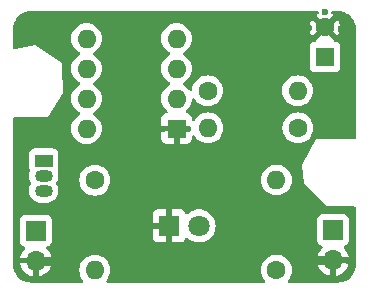
<source format=gbr>
%TF.GenerationSoftware,KiCad,Pcbnew,8.0.5*%
%TF.CreationDate,2025-07-23T12:06:58+02:00*%
%TF.ProjectId,LED_FADER,4c45445f-4641-4444-9552-2e6b69636164,rev?*%
%TF.SameCoordinates,Original*%
%TF.FileFunction,Copper,L2,Bot*%
%TF.FilePolarity,Positive*%
%FSLAX46Y46*%
G04 Gerber Fmt 4.6, Leading zero omitted, Abs format (unit mm)*
G04 Created by KiCad (PCBNEW 8.0.5) date 2025-07-23 12:06:58*
%MOMM*%
%LPD*%
G01*
G04 APERTURE LIST*
%TA.AperFunction,ComponentPad*%
%ADD10C,1.600000*%
%TD*%
%TA.AperFunction,ComponentPad*%
%ADD11O,1.600000X1.600000*%
%TD*%
%TA.AperFunction,ComponentPad*%
%ADD12R,1.600000X1.600000*%
%TD*%
%TA.AperFunction,ComponentPad*%
%ADD13O,1.500000X1.050000*%
%TD*%
%TA.AperFunction,ComponentPad*%
%ADD14R,1.500000X1.050000*%
%TD*%
%TA.AperFunction,ComponentPad*%
%ADD15R,1.700000X1.700000*%
%TD*%
%TA.AperFunction,ComponentPad*%
%ADD16O,1.700000X1.700000*%
%TD*%
%TA.AperFunction,ComponentPad*%
%ADD17R,1.800000X1.800000*%
%TD*%
%TA.AperFunction,ComponentPad*%
%ADD18C,1.800000*%
%TD*%
%TA.AperFunction,ViaPad*%
%ADD19C,0.600000*%
%TD*%
%TA.AperFunction,Conductor*%
%ADD20C,0.500000*%
%TD*%
%TA.AperFunction,Conductor*%
%ADD21C,0.750000*%
%TD*%
G04 APERTURE END LIST*
D10*
%TO.P,R1,1*%
%TO.N,VCC*%
X145490000Y-116040000D03*
D11*
%TO.P,R1,2*%
%TO.N,Net-(U1-Q)*%
X145490000Y-108420000D03*
%TD*%
%TO.P,U1,8,VCC*%
%TO.N,VCC*%
X129410000Y-104070000D03*
%TO.P,U1,7,DIS*%
%TO.N,Net-(U1-DIS)*%
X129410000Y-101530000D03*
%TO.P,U1,6,THR*%
%TO.N,Net-(U1-THR)*%
X129410000Y-98990000D03*
%TO.P,U1,5,CV*%
%TO.N,unconnected-(U1-CV-Pad5)*%
X129410000Y-96450000D03*
%TO.P,U1,4,R*%
%TO.N,VCC*%
X137030000Y-96450000D03*
%TO.P,U1,3,Q*%
%TO.N,Net-(U1-Q)*%
X137030000Y-98990000D03*
%TO.P,U1,2,TR*%
%TO.N,Net-(U1-THR)*%
X137030000Y-101530000D03*
D12*
%TO.P,U1,1,GND*%
%TO.N,GND*%
X137030000Y-104070000D03*
%TD*%
D13*
%TO.P,U2,3,VI*%
%TO.N,VCC*%
X125780000Y-109320000D03*
%TO.P,U2,2,GND*%
%TO.N,Net-(U1-THR)*%
X125780000Y-108050000D03*
D14*
%TO.P,U2,1,VO*%
%TO.N,Net-(U2-VO)*%
X125780000Y-106780000D03*
%TD*%
D10*
%TO.P,R4,1*%
%TO.N,Net-(U2-VO)*%
X130110000Y-108440000D03*
D11*
%TO.P,R4,2*%
%TO.N,Net-(D1-A)*%
X130110000Y-116060000D03*
%TD*%
D15*
%TO.P,J3,1,Pin_1*%
%TO.N,VCC*%
X125110000Y-112705000D03*
D16*
%TO.P,J3,2,Pin_2*%
%TO.N,GND*%
X125110000Y-115245000D03*
%TD*%
D17*
%TO.P,D1,1,K*%
%TO.N,GND*%
X136400000Y-112310000D03*
D18*
%TO.P,D1,2,A*%
%TO.N,Net-(D1-A)*%
X138940000Y-112310000D03*
%TD*%
D10*
%TO.P,R2,1*%
%TO.N,VCC*%
X147300000Y-104010000D03*
D11*
%TO.P,R2,2*%
%TO.N,Net-(U1-DIS)*%
X139680000Y-104010000D03*
%TD*%
D10*
%TO.P,C1,2*%
%TO.N,GND*%
X149590000Y-95510000D03*
D12*
%TO.P,C1,1*%
%TO.N,Net-(U1-THR)*%
X149590000Y-98010000D03*
%TD*%
D11*
%TO.P,R3,2*%
%TO.N,Net-(U1-THR)*%
X147280000Y-100870000D03*
D10*
%TO.P,R3,1*%
%TO.N,Net-(U1-DIS)*%
X139660000Y-100870000D03*
%TD*%
D15*
%TO.P,J2,1,Pin_1*%
%TO.N,VCC*%
X150280000Y-112665000D03*
D16*
%TO.P,J2,2,Pin_2*%
%TO.N,GND*%
X150280000Y-115205000D03*
%TD*%
D19*
%TO.N,GND*%
X134720000Y-112320000D03*
X137030000Y-105290000D03*
X138030000Y-104140000D03*
X150660000Y-94610000D03*
X136370000Y-110890000D03*
X148670000Y-94640000D03*
X150250000Y-116570000D03*
X123600000Y-115290000D03*
X136410000Y-114050000D03*
X150970000Y-95640000D03*
X126650000Y-114570000D03*
X151630000Y-115250000D03*
X149640000Y-94180000D03*
X125090000Y-116670000D03*
X126490000Y-116650000D03*
X123880000Y-116400000D03*
X148640000Y-114410000D03*
X151450000Y-116460000D03*
X148250000Y-95550000D03*
X148600000Y-115940000D03*
X135840000Y-104090000D03*
%TD*%
D20*
%TO.N,GND*%
X133080000Y-109930000D02*
X137030000Y-105980000D01*
X137030000Y-105980000D02*
X137030000Y-104070000D01*
D21*
X125110000Y-115245000D02*
X125115000Y-115250000D01*
X125115000Y-115250000D02*
X127760000Y-115250000D01*
X127760000Y-115250000D02*
X133080000Y-109930000D01*
X133080000Y-109930000D02*
X142300000Y-109930000D01*
X142300000Y-109930000D02*
X147575000Y-115205000D01*
X147575000Y-115205000D02*
X150280000Y-115205000D01*
%TD*%
%TA.AperFunction,Conductor*%
%TO.N,GND*%
G36*
X149022886Y-94130185D02*
G01*
X149068641Y-94182989D01*
X149078585Y-94252147D01*
X149049560Y-94315703D01*
X149008252Y-94346882D01*
X148937516Y-94379866D01*
X148937512Y-94379868D01*
X148864526Y-94430973D01*
X148864526Y-94430974D01*
X149543553Y-95110000D01*
X149537339Y-95110000D01*
X149435606Y-95137259D01*
X149344394Y-95189920D01*
X149269920Y-95264394D01*
X149217259Y-95355606D01*
X149190000Y-95457339D01*
X149190000Y-95463552D01*
X148510974Y-94784526D01*
X148510973Y-94784526D01*
X148459868Y-94857512D01*
X148459866Y-94857516D01*
X148363734Y-95063673D01*
X148363730Y-95063682D01*
X148304860Y-95283389D01*
X148304858Y-95283400D01*
X148285034Y-95509997D01*
X148285034Y-95510002D01*
X148304858Y-95736599D01*
X148304860Y-95736610D01*
X148363730Y-95956317D01*
X148363735Y-95956331D01*
X148459863Y-96162478D01*
X148510974Y-96235472D01*
X149190000Y-95556446D01*
X149190000Y-95562661D01*
X149217259Y-95664394D01*
X149269920Y-95755606D01*
X149344394Y-95830080D01*
X149435606Y-95882741D01*
X149537339Y-95910000D01*
X149543553Y-95910000D01*
X148859352Y-96594199D01*
X148849506Y-96643194D01*
X148800890Y-96693377D01*
X148745367Y-96708049D01*
X148745423Y-96709099D01*
X148745429Y-96709146D01*
X148745426Y-96709146D01*
X148745436Y-96709324D01*
X148742123Y-96709501D01*
X148682516Y-96715908D01*
X148547671Y-96766202D01*
X148547664Y-96766206D01*
X148432455Y-96852452D01*
X148432452Y-96852455D01*
X148346206Y-96967664D01*
X148346202Y-96967671D01*
X148295908Y-97102517D01*
X148289501Y-97162116D01*
X148289501Y-97162123D01*
X148289500Y-97162135D01*
X148289500Y-98857870D01*
X148289501Y-98857876D01*
X148295908Y-98917483D01*
X148346202Y-99052328D01*
X148346206Y-99052335D01*
X148432452Y-99167544D01*
X148432455Y-99167547D01*
X148547664Y-99253793D01*
X148547671Y-99253797D01*
X148682517Y-99304091D01*
X148682516Y-99304091D01*
X148689444Y-99304835D01*
X148742127Y-99310500D01*
X150437872Y-99310499D01*
X150497483Y-99304091D01*
X150632331Y-99253796D01*
X150747546Y-99167546D01*
X150833796Y-99052331D01*
X150884091Y-98917483D01*
X150890500Y-98857873D01*
X150890499Y-97162128D01*
X150884091Y-97102517D01*
X150833796Y-96967669D01*
X150833795Y-96967668D01*
X150833793Y-96967664D01*
X150747547Y-96852455D01*
X150747544Y-96852452D01*
X150632335Y-96766206D01*
X150632328Y-96766202D01*
X150497482Y-96715908D01*
X150497483Y-96715908D01*
X150437883Y-96709501D01*
X150437881Y-96709500D01*
X150437873Y-96709500D01*
X150437864Y-96709500D01*
X150434548Y-96709322D01*
X150434627Y-96707847D01*
X150373215Y-96689815D01*
X150327460Y-96637011D01*
X150319969Y-96593522D01*
X149636447Y-95910000D01*
X149642661Y-95910000D01*
X149744394Y-95882741D01*
X149835606Y-95830080D01*
X149910080Y-95755606D01*
X149962741Y-95664394D01*
X149990000Y-95562661D01*
X149990000Y-95556447D01*
X150669024Y-96235471D01*
X150720136Y-96162478D01*
X150816264Y-95956331D01*
X150816269Y-95956317D01*
X150875139Y-95736610D01*
X150875141Y-95736599D01*
X150894966Y-95510002D01*
X150894966Y-95509997D01*
X150875141Y-95283400D01*
X150875139Y-95283389D01*
X150816269Y-95063682D01*
X150816264Y-95063668D01*
X150720136Y-94857521D01*
X150720132Y-94857513D01*
X150669025Y-94784526D01*
X149990000Y-95463551D01*
X149990000Y-95457339D01*
X149962741Y-95355606D01*
X149910080Y-95264394D01*
X149835606Y-95189920D01*
X149744394Y-95137259D01*
X149642661Y-95110000D01*
X149636448Y-95110000D01*
X150315472Y-94430974D01*
X150242480Y-94379864D01*
X150171749Y-94346882D01*
X150119310Y-94300710D01*
X150100158Y-94233516D01*
X150120374Y-94166635D01*
X150173539Y-94121301D01*
X150224154Y-94110500D01*
X150634108Y-94110500D01*
X150695572Y-94110500D01*
X150704418Y-94110816D01*
X150904561Y-94125130D01*
X150922063Y-94127647D01*
X151113797Y-94169355D01*
X151130755Y-94174334D01*
X151289426Y-94233516D01*
X151314609Y-94242909D01*
X151330701Y-94250259D01*
X151502904Y-94344288D01*
X151517784Y-94353849D01*
X151674867Y-94471441D01*
X151688237Y-94483027D01*
X151826972Y-94621762D01*
X151838558Y-94635132D01*
X151956146Y-94792210D01*
X151965711Y-94807095D01*
X152059740Y-94979298D01*
X152067090Y-94995390D01*
X152135662Y-95179236D01*
X152140646Y-95196212D01*
X152182351Y-95387931D01*
X152184869Y-95405442D01*
X152199184Y-95605580D01*
X152199500Y-95614427D01*
X152199500Y-104866000D01*
X152179815Y-104933039D01*
X152127011Y-104978794D01*
X152075500Y-104990000D01*
X148858505Y-104990000D01*
X147679200Y-107170385D01*
X147778873Y-108703105D01*
X149701262Y-110660000D01*
X152075500Y-110660000D01*
X152142539Y-110679685D01*
X152188294Y-110732489D01*
X152199500Y-110784000D01*
X152199500Y-115605572D01*
X152199184Y-115614419D01*
X152184869Y-115814557D01*
X152182351Y-115832068D01*
X152140646Y-116023787D01*
X152135662Y-116040763D01*
X152067090Y-116224609D01*
X152059740Y-116240701D01*
X151965711Y-116412904D01*
X151956146Y-116427789D01*
X151838558Y-116584867D01*
X151826972Y-116598237D01*
X151688237Y-116736972D01*
X151674867Y-116748558D01*
X151517789Y-116866146D01*
X151502904Y-116875711D01*
X151330701Y-116969740D01*
X151314609Y-116977090D01*
X151130763Y-117045662D01*
X151113787Y-117050646D01*
X150922068Y-117092351D01*
X150904557Y-117094869D01*
X150723779Y-117107799D01*
X150704417Y-117109184D01*
X150695572Y-117109500D01*
X146559049Y-117109500D01*
X146492010Y-117089815D01*
X146446255Y-117037011D01*
X146436311Y-116967853D01*
X146465336Y-116904297D01*
X146471368Y-116897819D01*
X146490045Y-116879141D01*
X146490047Y-116879139D01*
X146620568Y-116692734D01*
X146716739Y-116486496D01*
X146775635Y-116266692D01*
X146795468Y-116040000D01*
X146775635Y-115813308D01*
X146716739Y-115593504D01*
X146620568Y-115387266D01*
X146490047Y-115200861D01*
X146490045Y-115200858D01*
X146329141Y-115039954D01*
X146142734Y-114909432D01*
X146142732Y-114909431D01*
X145936497Y-114813261D01*
X145936488Y-114813258D01*
X145716697Y-114754366D01*
X145716693Y-114754365D01*
X145716692Y-114754365D01*
X145716691Y-114754364D01*
X145716686Y-114754364D01*
X145490002Y-114734532D01*
X145489998Y-114734532D01*
X145263313Y-114754364D01*
X145263302Y-114754366D01*
X145043511Y-114813258D01*
X145043502Y-114813261D01*
X144837267Y-114909431D01*
X144837265Y-114909432D01*
X144650858Y-115039954D01*
X144489954Y-115200858D01*
X144359432Y-115387265D01*
X144359431Y-115387267D01*
X144263261Y-115593502D01*
X144263258Y-115593511D01*
X144204366Y-115813302D01*
X144204364Y-115813313D01*
X144184532Y-116039998D01*
X144184532Y-116040001D01*
X144204364Y-116266686D01*
X144204366Y-116266697D01*
X144263258Y-116486488D01*
X144263261Y-116486497D01*
X144359431Y-116692732D01*
X144359432Y-116692734D01*
X144489954Y-116879141D01*
X144508632Y-116897819D01*
X144542117Y-116959142D01*
X144537133Y-117028834D01*
X144495261Y-117084767D01*
X144429797Y-117109184D01*
X144420951Y-117109500D01*
X131199049Y-117109500D01*
X131132010Y-117089815D01*
X131086255Y-117037011D01*
X131076311Y-116967853D01*
X131105336Y-116904297D01*
X131109220Y-116900124D01*
X131110043Y-116899144D01*
X131110971Y-116897819D01*
X131240568Y-116712734D01*
X131336739Y-116506496D01*
X131395635Y-116286692D01*
X131415468Y-116060000D01*
X131395635Y-115833308D01*
X131336739Y-115613504D01*
X131240568Y-115407266D01*
X131110047Y-115220861D01*
X131110045Y-115220858D01*
X130949141Y-115059954D01*
X130762734Y-114929432D01*
X130762732Y-114929431D01*
X130556497Y-114833261D01*
X130556488Y-114833258D01*
X130336697Y-114774366D01*
X130336693Y-114774365D01*
X130336692Y-114774365D01*
X130336691Y-114774364D01*
X130336686Y-114774364D01*
X130110002Y-114754532D01*
X130109998Y-114754532D01*
X129883313Y-114774364D01*
X129883302Y-114774366D01*
X129663511Y-114833258D01*
X129663502Y-114833261D01*
X129457267Y-114929431D01*
X129457265Y-114929432D01*
X129270858Y-115059954D01*
X129109954Y-115220858D01*
X128979432Y-115407265D01*
X128979431Y-115407267D01*
X128883261Y-115613502D01*
X128883258Y-115613511D01*
X128824366Y-115833302D01*
X128824364Y-115833313D01*
X128804532Y-116059998D01*
X128804532Y-116060001D01*
X128824364Y-116286686D01*
X128824366Y-116286697D01*
X128883258Y-116506488D01*
X128883261Y-116506497D01*
X128979431Y-116712732D01*
X128979432Y-116712734D01*
X129109956Y-116899144D01*
X129113434Y-116903289D01*
X129112189Y-116904333D01*
X129142117Y-116959142D01*
X129137133Y-117028834D01*
X129095261Y-117084767D01*
X129029797Y-117109184D01*
X129020951Y-117109500D01*
X124704428Y-117109500D01*
X124695582Y-117109184D01*
X124673622Y-117107613D01*
X124495442Y-117094869D01*
X124477931Y-117092351D01*
X124286212Y-117050646D01*
X124269236Y-117045662D01*
X124085390Y-116977090D01*
X124069298Y-116969740D01*
X123897095Y-116875711D01*
X123882210Y-116866146D01*
X123725132Y-116748558D01*
X123711762Y-116736972D01*
X123573027Y-116598237D01*
X123561441Y-116584867D01*
X123554529Y-116575634D01*
X123443849Y-116427784D01*
X123434288Y-116412904D01*
X123340259Y-116240701D01*
X123332909Y-116224609D01*
X123292430Y-116116082D01*
X123264334Y-116040755D01*
X123259355Y-116023797D01*
X123217647Y-115832063D01*
X123215130Y-115814556D01*
X123215040Y-115813302D01*
X123200816Y-115614418D01*
X123200500Y-115605572D01*
X123200500Y-111807135D01*
X123759500Y-111807135D01*
X123759500Y-113602870D01*
X123759501Y-113602876D01*
X123765908Y-113662483D01*
X123816202Y-113797328D01*
X123816206Y-113797335D01*
X123902452Y-113912544D01*
X123902455Y-113912547D01*
X124017664Y-113998793D01*
X124017671Y-113998797D01*
X124045271Y-114009091D01*
X124149598Y-114048002D01*
X124205531Y-114089873D01*
X124229949Y-114155337D01*
X124215098Y-114223610D01*
X124193947Y-114251865D01*
X124071886Y-114373926D01*
X123936400Y-114567420D01*
X123936399Y-114567422D01*
X123836570Y-114781507D01*
X123836567Y-114781513D01*
X123779364Y-114994999D01*
X123779364Y-114995000D01*
X124676988Y-114995000D01*
X124644075Y-115052007D01*
X124610000Y-115179174D01*
X124610000Y-115310826D01*
X124644075Y-115437993D01*
X124676988Y-115495000D01*
X123779364Y-115495000D01*
X123836567Y-115708486D01*
X123836570Y-115708492D01*
X123936399Y-115922578D01*
X124071894Y-116116082D01*
X124238917Y-116283105D01*
X124432421Y-116418600D01*
X124646507Y-116518429D01*
X124646516Y-116518433D01*
X124860000Y-116575634D01*
X124860000Y-115678012D01*
X124917007Y-115710925D01*
X125044174Y-115745000D01*
X125175826Y-115745000D01*
X125302993Y-115710925D01*
X125360000Y-115678012D01*
X125360000Y-116575633D01*
X125573483Y-116518433D01*
X125573492Y-116518429D01*
X125787578Y-116418600D01*
X125981082Y-116283105D01*
X126148105Y-116116082D01*
X126283600Y-115922578D01*
X126383429Y-115708492D01*
X126383432Y-115708486D01*
X126440636Y-115495000D01*
X125543012Y-115495000D01*
X125575925Y-115437993D01*
X125610000Y-115310826D01*
X125610000Y-115179174D01*
X125575925Y-115052007D01*
X125543012Y-114995000D01*
X126440636Y-114995000D01*
X126440635Y-114994999D01*
X126383432Y-114781513D01*
X126383429Y-114781507D01*
X126283600Y-114567422D01*
X126283599Y-114567420D01*
X126148113Y-114373926D01*
X126148108Y-114373920D01*
X126026053Y-114251865D01*
X125992568Y-114190542D01*
X125997552Y-114120850D01*
X126039424Y-114064917D01*
X126070400Y-114048002D01*
X126174729Y-114009091D01*
X126202326Y-113998798D01*
X126202326Y-113998797D01*
X126202331Y-113998796D01*
X126317546Y-113912546D01*
X126403796Y-113797331D01*
X126454091Y-113662483D01*
X126460500Y-113602873D01*
X126460499Y-111807128D01*
X126454091Y-111747517D01*
X126403796Y-111612669D01*
X126403795Y-111612668D01*
X126403793Y-111612664D01*
X126317547Y-111497455D01*
X126317544Y-111497452D01*
X126202335Y-111411206D01*
X126202328Y-111411202D01*
X126070825Y-111362155D01*
X135000000Y-111362155D01*
X135000000Y-112060000D01*
X136024722Y-112060000D01*
X135980667Y-112136306D01*
X135950000Y-112250756D01*
X135950000Y-112369244D01*
X135980667Y-112483694D01*
X136024722Y-112560000D01*
X135000000Y-112560000D01*
X135000000Y-113257844D01*
X135006401Y-113317372D01*
X135006403Y-113317379D01*
X135056645Y-113452086D01*
X135056649Y-113452093D01*
X135142809Y-113567187D01*
X135142812Y-113567190D01*
X135257906Y-113653350D01*
X135257913Y-113653354D01*
X135392620Y-113703596D01*
X135392627Y-113703598D01*
X135452155Y-113709999D01*
X135452172Y-113710000D01*
X136150000Y-113710000D01*
X136150000Y-112685277D01*
X136226306Y-112729333D01*
X136340756Y-112760000D01*
X136459244Y-112760000D01*
X136573694Y-112729333D01*
X136650000Y-112685277D01*
X136650000Y-113710000D01*
X137347828Y-113710000D01*
X137347844Y-113709999D01*
X137407372Y-113703598D01*
X137407379Y-113703596D01*
X137542086Y-113653354D01*
X137542093Y-113653350D01*
X137657187Y-113567190D01*
X137657190Y-113567187D01*
X137743350Y-113452093D01*
X137743355Y-113452084D01*
X137772075Y-113375081D01*
X137813945Y-113319147D01*
X137879409Y-113294729D01*
X137947682Y-113309580D01*
X137979484Y-113334428D01*
X137988216Y-113343913D01*
X137988219Y-113343915D01*
X137988222Y-113343918D01*
X138171365Y-113486464D01*
X138171371Y-113486468D01*
X138171374Y-113486470D01*
X138375497Y-113596936D01*
X138449910Y-113622482D01*
X138595015Y-113672297D01*
X138595017Y-113672297D01*
X138595019Y-113672298D01*
X138823951Y-113710500D01*
X138823952Y-113710500D01*
X139056048Y-113710500D01*
X139056049Y-113710500D01*
X139284981Y-113672298D01*
X139504503Y-113596936D01*
X139708626Y-113486470D01*
X139891784Y-113343913D01*
X140048979Y-113173153D01*
X140175924Y-112978849D01*
X140269157Y-112766300D01*
X140326134Y-112541305D01*
X140345300Y-112310000D01*
X140345300Y-112309993D01*
X140326135Y-112078702D01*
X140326133Y-112078691D01*
X140269157Y-111853699D01*
X140231186Y-111767135D01*
X148929500Y-111767135D01*
X148929500Y-113562870D01*
X148929501Y-113562876D01*
X148935908Y-113622483D01*
X148986202Y-113757328D01*
X148986206Y-113757335D01*
X149072452Y-113872544D01*
X149072455Y-113872547D01*
X149187664Y-113958793D01*
X149187671Y-113958797D01*
X149187674Y-113958798D01*
X149319598Y-114008002D01*
X149375531Y-114049873D01*
X149399949Y-114115337D01*
X149385098Y-114183610D01*
X149363947Y-114211865D01*
X149241886Y-114333926D01*
X149106400Y-114527420D01*
X149106399Y-114527422D01*
X149006570Y-114741507D01*
X149006567Y-114741513D01*
X148949364Y-114954999D01*
X148949364Y-114955000D01*
X149846988Y-114955000D01*
X149814075Y-115012007D01*
X149780000Y-115139174D01*
X149780000Y-115270826D01*
X149814075Y-115397993D01*
X149846988Y-115455000D01*
X148949364Y-115455000D01*
X149006567Y-115668486D01*
X149006570Y-115668492D01*
X149106399Y-115882578D01*
X149241894Y-116076082D01*
X149408917Y-116243105D01*
X149602421Y-116378600D01*
X149816507Y-116478429D01*
X149816516Y-116478433D01*
X150030000Y-116535634D01*
X150030000Y-115638012D01*
X150087007Y-115670925D01*
X150214174Y-115705000D01*
X150345826Y-115705000D01*
X150472993Y-115670925D01*
X150530000Y-115638012D01*
X150530000Y-116535633D01*
X150743483Y-116478433D01*
X150743492Y-116478429D01*
X150957578Y-116378600D01*
X151151082Y-116243105D01*
X151318105Y-116076082D01*
X151453600Y-115882578D01*
X151553429Y-115668492D01*
X151553432Y-115668486D01*
X151610636Y-115455000D01*
X150713012Y-115455000D01*
X150745925Y-115397993D01*
X150780000Y-115270826D01*
X150780000Y-115139174D01*
X150745925Y-115012007D01*
X150713012Y-114955000D01*
X151610636Y-114955000D01*
X151610635Y-114954999D01*
X151553432Y-114741513D01*
X151553429Y-114741507D01*
X151453600Y-114527422D01*
X151453599Y-114527420D01*
X151318113Y-114333926D01*
X151318108Y-114333920D01*
X151196053Y-114211865D01*
X151162568Y-114150542D01*
X151167552Y-114080850D01*
X151209424Y-114024917D01*
X151240400Y-114008002D01*
X151372331Y-113958796D01*
X151487546Y-113872546D01*
X151573796Y-113757331D01*
X151624091Y-113622483D01*
X151630500Y-113562873D01*
X151630499Y-111767128D01*
X151624091Y-111707517D01*
X151573796Y-111572669D01*
X151573795Y-111572668D01*
X151573793Y-111572664D01*
X151487547Y-111457455D01*
X151487544Y-111457452D01*
X151372335Y-111371206D01*
X151372328Y-111371202D01*
X151237482Y-111320908D01*
X151237483Y-111320908D01*
X151177883Y-111314501D01*
X151177881Y-111314500D01*
X151177873Y-111314500D01*
X151177864Y-111314500D01*
X149382129Y-111314500D01*
X149382123Y-111314501D01*
X149322516Y-111320908D01*
X149187671Y-111371202D01*
X149187664Y-111371206D01*
X149072455Y-111457452D01*
X149072452Y-111457455D01*
X148986206Y-111572664D01*
X148986202Y-111572671D01*
X148935908Y-111707517D01*
X148931608Y-111747516D01*
X148929501Y-111767123D01*
X148929500Y-111767135D01*
X140231186Y-111767135D01*
X140175924Y-111641151D01*
X140048983Y-111446852D01*
X140048980Y-111446849D01*
X140048979Y-111446847D01*
X139891784Y-111276087D01*
X139891779Y-111276083D01*
X139891777Y-111276081D01*
X139708634Y-111133535D01*
X139708628Y-111133531D01*
X139504504Y-111023064D01*
X139504495Y-111023061D01*
X139284984Y-110947702D01*
X139097404Y-110916401D01*
X139056049Y-110909500D01*
X138823951Y-110909500D01*
X138782596Y-110916401D01*
X138595015Y-110947702D01*
X138375504Y-111023061D01*
X138375495Y-111023064D01*
X138171371Y-111133531D01*
X138171365Y-111133535D01*
X137988222Y-111276081D01*
X137988215Y-111276087D01*
X137979484Y-111285572D01*
X137919595Y-111321561D01*
X137849757Y-111319458D01*
X137792143Y-111279932D01*
X137772075Y-111244918D01*
X137743355Y-111167915D01*
X137743350Y-111167906D01*
X137657190Y-111052812D01*
X137657187Y-111052809D01*
X137542093Y-110966649D01*
X137542086Y-110966645D01*
X137407379Y-110916403D01*
X137407372Y-110916401D01*
X137347844Y-110910000D01*
X136650000Y-110910000D01*
X136650000Y-111934722D01*
X136573694Y-111890667D01*
X136459244Y-111860000D01*
X136340756Y-111860000D01*
X136226306Y-111890667D01*
X136150000Y-111934722D01*
X136150000Y-110910000D01*
X135452155Y-110910000D01*
X135392627Y-110916401D01*
X135392620Y-110916403D01*
X135257913Y-110966645D01*
X135257906Y-110966649D01*
X135142812Y-111052809D01*
X135142809Y-111052812D01*
X135056649Y-111167906D01*
X135056645Y-111167913D01*
X135006403Y-111302620D01*
X135006401Y-111302627D01*
X135000000Y-111362155D01*
X126070825Y-111362155D01*
X126067482Y-111360908D01*
X126067483Y-111360908D01*
X126007883Y-111354501D01*
X126007881Y-111354500D01*
X126007873Y-111354500D01*
X126007864Y-111354500D01*
X124212129Y-111354500D01*
X124212123Y-111354501D01*
X124152516Y-111360908D01*
X124017671Y-111411202D01*
X124017664Y-111411206D01*
X123902455Y-111497452D01*
X123902452Y-111497455D01*
X123816206Y-111612664D01*
X123816202Y-111612671D01*
X123765908Y-111747517D01*
X123759501Y-111807116D01*
X123759501Y-111807123D01*
X123759500Y-111807135D01*
X123200500Y-111807135D01*
X123200500Y-106207135D01*
X124529500Y-106207135D01*
X124529500Y-107352870D01*
X124529501Y-107352876D01*
X124535908Y-107412483D01*
X124586202Y-107547328D01*
X124586203Y-107547330D01*
X124586204Y-107547331D01*
X124587028Y-107548432D01*
X124587509Y-107549721D01*
X124590454Y-107555114D01*
X124589678Y-107555537D01*
X124611448Y-107613895D01*
X124602325Y-107670198D01*
X124568910Y-107750868D01*
X124568907Y-107750880D01*
X124529500Y-107948992D01*
X124529500Y-108151007D01*
X124568907Y-108349119D01*
X124568909Y-108349127D01*
X124646213Y-108535755D01*
X124699904Y-108616109D01*
X124720782Y-108682787D01*
X124702297Y-108750167D01*
X124699904Y-108753891D01*
X124646213Y-108834244D01*
X124568909Y-109020872D01*
X124568907Y-109020880D01*
X124529500Y-109218992D01*
X124529500Y-109421007D01*
X124568907Y-109619119D01*
X124568909Y-109619127D01*
X124646212Y-109805752D01*
X124646217Y-109805762D01*
X124758441Y-109973718D01*
X124901281Y-110116558D01*
X125069237Y-110228782D01*
X125069241Y-110228784D01*
X125069244Y-110228786D01*
X125255873Y-110306091D01*
X125453992Y-110345499D01*
X125453996Y-110345500D01*
X125453997Y-110345500D01*
X126106004Y-110345500D01*
X126106005Y-110345499D01*
X126304127Y-110306091D01*
X126490756Y-110228786D01*
X126658718Y-110116558D01*
X126801558Y-109973718D01*
X126913786Y-109805756D01*
X126991091Y-109619127D01*
X127030500Y-109421003D01*
X127030500Y-109218997D01*
X126991091Y-109020873D01*
X126913786Y-108834244D01*
X126860094Y-108753889D01*
X126839217Y-108687214D01*
X126857701Y-108619834D01*
X126860078Y-108616134D01*
X126913786Y-108535756D01*
X126953451Y-108439998D01*
X128804532Y-108439998D01*
X128804532Y-108440001D01*
X128824364Y-108666686D01*
X128824366Y-108666697D01*
X128883258Y-108886488D01*
X128883261Y-108886497D01*
X128979431Y-109092732D01*
X128979432Y-109092734D01*
X129109954Y-109279141D01*
X129270858Y-109440045D01*
X129270861Y-109440047D01*
X129457266Y-109570568D01*
X129663504Y-109666739D01*
X129883308Y-109725635D01*
X130045230Y-109739801D01*
X130109998Y-109745468D01*
X130110000Y-109745468D01*
X130110002Y-109745468D01*
X130166673Y-109740509D01*
X130336692Y-109725635D01*
X130556496Y-109666739D01*
X130762734Y-109570568D01*
X130949139Y-109440047D01*
X131110047Y-109279139D01*
X131240568Y-109092734D01*
X131336739Y-108886496D01*
X131395635Y-108666692D01*
X131415468Y-108440000D01*
X131413718Y-108419998D01*
X144184532Y-108419998D01*
X144184532Y-108420001D01*
X144204364Y-108646686D01*
X144204366Y-108646697D01*
X144263258Y-108866488D01*
X144263261Y-108866497D01*
X144359431Y-109072732D01*
X144359432Y-109072734D01*
X144489954Y-109259141D01*
X144650858Y-109420045D01*
X144650861Y-109420047D01*
X144837266Y-109550568D01*
X145043504Y-109646739D01*
X145263308Y-109705635D01*
X145425230Y-109719801D01*
X145489998Y-109725468D01*
X145490000Y-109725468D01*
X145490002Y-109725468D01*
X145546673Y-109720509D01*
X145716692Y-109705635D01*
X145936496Y-109646739D01*
X146142734Y-109550568D01*
X146329139Y-109420047D01*
X146490047Y-109259139D01*
X146620568Y-109072734D01*
X146716739Y-108866496D01*
X146775635Y-108646692D01*
X146795468Y-108420000D01*
X146775635Y-108193308D01*
X146716739Y-107973504D01*
X146620568Y-107767266D01*
X146490047Y-107580861D01*
X146490045Y-107580858D01*
X146329141Y-107419954D01*
X146142734Y-107289432D01*
X146142732Y-107289431D01*
X145936497Y-107193261D01*
X145936488Y-107193258D01*
X145716697Y-107134366D01*
X145716693Y-107134365D01*
X145716692Y-107134365D01*
X145716691Y-107134364D01*
X145716686Y-107134364D01*
X145490002Y-107114532D01*
X145489998Y-107114532D01*
X145263313Y-107134364D01*
X145263302Y-107134366D01*
X145043511Y-107193258D01*
X145043502Y-107193261D01*
X144837267Y-107289431D01*
X144837265Y-107289432D01*
X144650858Y-107419954D01*
X144489954Y-107580858D01*
X144359432Y-107767265D01*
X144359431Y-107767267D01*
X144263261Y-107973502D01*
X144263258Y-107973511D01*
X144204366Y-108193302D01*
X144204364Y-108193313D01*
X144184532Y-108419998D01*
X131413718Y-108419998D01*
X131395635Y-108213308D01*
X131336739Y-107993504D01*
X131240568Y-107787266D01*
X131110047Y-107600861D01*
X131110045Y-107600858D01*
X130949141Y-107439954D01*
X130762734Y-107309432D01*
X130762732Y-107309431D01*
X130556497Y-107213261D01*
X130556488Y-107213258D01*
X130336697Y-107154366D01*
X130336693Y-107154365D01*
X130336692Y-107154365D01*
X130336691Y-107154364D01*
X130336686Y-107154364D01*
X130110002Y-107134532D01*
X130109998Y-107134532D01*
X129883313Y-107154364D01*
X129883302Y-107154366D01*
X129663511Y-107213258D01*
X129663502Y-107213261D01*
X129457267Y-107309431D01*
X129457265Y-107309432D01*
X129270858Y-107439954D01*
X129109954Y-107600858D01*
X128979432Y-107787265D01*
X128979431Y-107787267D01*
X128883261Y-107993502D01*
X128883258Y-107993511D01*
X128824366Y-108213302D01*
X128824364Y-108213313D01*
X128804532Y-108439998D01*
X126953451Y-108439998D01*
X126991091Y-108349127D01*
X127030500Y-108151003D01*
X127030500Y-107948997D01*
X126991091Y-107750873D01*
X126957673Y-107670198D01*
X126950205Y-107600730D01*
X126969964Y-107555340D01*
X126969547Y-107555112D01*
X126972095Y-107550444D01*
X126972972Y-107548431D01*
X126973796Y-107547331D01*
X127024091Y-107412483D01*
X127030500Y-107352873D01*
X127030499Y-106207128D01*
X127024091Y-106147517D01*
X126973796Y-106012669D01*
X126973795Y-106012668D01*
X126973793Y-106012664D01*
X126887547Y-105897455D01*
X126887544Y-105897452D01*
X126772335Y-105811206D01*
X126772328Y-105811202D01*
X126637482Y-105760908D01*
X126637483Y-105760908D01*
X126577883Y-105754501D01*
X126577881Y-105754500D01*
X126577873Y-105754500D01*
X126577864Y-105754500D01*
X124982129Y-105754500D01*
X124982123Y-105754501D01*
X124922516Y-105760908D01*
X124787671Y-105811202D01*
X124787664Y-105811206D01*
X124672455Y-105897452D01*
X124672452Y-105897455D01*
X124586206Y-106012664D01*
X124586202Y-106012671D01*
X124535908Y-106147517D01*
X124529501Y-106207116D01*
X124529501Y-106207123D01*
X124529500Y-106207135D01*
X123200500Y-106207135D01*
X123200500Y-103244000D01*
X123220185Y-103176961D01*
X123272989Y-103131206D01*
X123324500Y-103120000D01*
X126160000Y-103120000D01*
X127379232Y-101069057D01*
X127375523Y-100893236D01*
X127335380Y-98990001D01*
X127325359Y-98514925D01*
X125059679Y-96982638D01*
X123350878Y-97354664D01*
X123281186Y-97349691D01*
X123225245Y-97307829D01*
X123200817Y-97242369D01*
X123200500Y-97233502D01*
X123200500Y-96449998D01*
X128104532Y-96449998D01*
X128104532Y-96450001D01*
X128124364Y-96676686D01*
X128124366Y-96676697D01*
X128183258Y-96896488D01*
X128183261Y-96896497D01*
X128279431Y-97102732D01*
X128279432Y-97102734D01*
X128409954Y-97289141D01*
X128570858Y-97450045D01*
X128570861Y-97450047D01*
X128757266Y-97580568D01*
X128815275Y-97607618D01*
X128867714Y-97653791D01*
X128886866Y-97720984D01*
X128866650Y-97787865D01*
X128815275Y-97832382D01*
X128757267Y-97859431D01*
X128757265Y-97859432D01*
X128570858Y-97989954D01*
X128409954Y-98150858D01*
X128279432Y-98337265D01*
X128279431Y-98337267D01*
X128183261Y-98543502D01*
X128183258Y-98543511D01*
X128124366Y-98763302D01*
X128124364Y-98763313D01*
X128104532Y-98989998D01*
X128104532Y-98990001D01*
X128124364Y-99216686D01*
X128124366Y-99216697D01*
X128183258Y-99436488D01*
X128183261Y-99436497D01*
X128279431Y-99642732D01*
X128279432Y-99642734D01*
X128409954Y-99829141D01*
X128570858Y-99990045D01*
X128570861Y-99990047D01*
X128757266Y-100120568D01*
X128815275Y-100147618D01*
X128867714Y-100193791D01*
X128886866Y-100260984D01*
X128866650Y-100327865D01*
X128815275Y-100372382D01*
X128757267Y-100399431D01*
X128757265Y-100399432D01*
X128570858Y-100529954D01*
X128409954Y-100690858D01*
X128279432Y-100877265D01*
X128279431Y-100877267D01*
X128183261Y-101083502D01*
X128183258Y-101083511D01*
X128124366Y-101303302D01*
X128124364Y-101303313D01*
X128104532Y-101529998D01*
X128104532Y-101530001D01*
X128124364Y-101756686D01*
X128124366Y-101756697D01*
X128183258Y-101976488D01*
X128183261Y-101976497D01*
X128279431Y-102182732D01*
X128279432Y-102182734D01*
X128409954Y-102369141D01*
X128570858Y-102530045D01*
X128570861Y-102530047D01*
X128757266Y-102660568D01*
X128815275Y-102687618D01*
X128867714Y-102733791D01*
X128886866Y-102800984D01*
X128866650Y-102867865D01*
X128815275Y-102912381D01*
X128798272Y-102920310D01*
X128757267Y-102939431D01*
X128757265Y-102939432D01*
X128570858Y-103069954D01*
X128409954Y-103230858D01*
X128279432Y-103417265D01*
X128279431Y-103417267D01*
X128183261Y-103623502D01*
X128183258Y-103623511D01*
X128124366Y-103843302D01*
X128124364Y-103843313D01*
X128104532Y-104069998D01*
X128104532Y-104070001D01*
X128124364Y-104296686D01*
X128124366Y-104296697D01*
X128183258Y-104516488D01*
X128183261Y-104516497D01*
X128279431Y-104722732D01*
X128279432Y-104722734D01*
X128409954Y-104909141D01*
X128570858Y-105070045D01*
X128570861Y-105070047D01*
X128757266Y-105200568D01*
X128963504Y-105296739D01*
X129183308Y-105355635D01*
X129345230Y-105369801D01*
X129409998Y-105375468D01*
X129410000Y-105375468D01*
X129410002Y-105375468D01*
X129472511Y-105369999D01*
X129636692Y-105355635D01*
X129856496Y-105296739D01*
X130062734Y-105200568D01*
X130249139Y-105070047D01*
X130410047Y-104909139D01*
X130540568Y-104722734D01*
X130636739Y-104516496D01*
X130695635Y-104296692D01*
X130715468Y-104070000D01*
X130710218Y-104009998D01*
X130701960Y-103915606D01*
X130695635Y-103843308D01*
X130636739Y-103623504D01*
X130540568Y-103417266D01*
X130410047Y-103230861D01*
X130410045Y-103230858D01*
X130249141Y-103069954D01*
X130062734Y-102939432D01*
X130062728Y-102939429D01*
X130035038Y-102926517D01*
X130004724Y-102912381D01*
X129952285Y-102866210D01*
X129933133Y-102799017D01*
X129953348Y-102732135D01*
X130004725Y-102687618D01*
X130062734Y-102660568D01*
X130249139Y-102530047D01*
X130410047Y-102369139D01*
X130540568Y-102182734D01*
X130636739Y-101976496D01*
X130695635Y-101756692D01*
X130713161Y-101556373D01*
X130715468Y-101530001D01*
X130715468Y-101529998D01*
X130709801Y-101465230D01*
X130695635Y-101303308D01*
X130636739Y-101083504D01*
X130540568Y-100877266D01*
X130410047Y-100690861D01*
X130410045Y-100690858D01*
X130249141Y-100529954D01*
X130062734Y-100399432D01*
X130062728Y-100399429D01*
X130004725Y-100372382D01*
X129952285Y-100326210D01*
X129933133Y-100259017D01*
X129953348Y-100192135D01*
X130004725Y-100147618D01*
X130062734Y-100120568D01*
X130249139Y-99990047D01*
X130410047Y-99829139D01*
X130540568Y-99642734D01*
X130636739Y-99436496D01*
X130695635Y-99216692D01*
X130715468Y-98990000D01*
X130695635Y-98763308D01*
X130636739Y-98543504D01*
X130540568Y-98337266D01*
X130410047Y-98150861D01*
X130410045Y-98150858D01*
X130249141Y-97989954D01*
X130062734Y-97859432D01*
X130062728Y-97859429D01*
X130004725Y-97832382D01*
X129952285Y-97786210D01*
X129933133Y-97719017D01*
X129953348Y-97652135D01*
X130004725Y-97607618D01*
X130062734Y-97580568D01*
X130249139Y-97450047D01*
X130410047Y-97289139D01*
X130540568Y-97102734D01*
X130636739Y-96896496D01*
X130695635Y-96676692D01*
X130715468Y-96450000D01*
X130715468Y-96449998D01*
X135724532Y-96449998D01*
X135724532Y-96450001D01*
X135744364Y-96676686D01*
X135744366Y-96676697D01*
X135803258Y-96896488D01*
X135803261Y-96896497D01*
X135899431Y-97102732D01*
X135899432Y-97102734D01*
X136029954Y-97289141D01*
X136190858Y-97450045D01*
X136190861Y-97450047D01*
X136377266Y-97580568D01*
X136435275Y-97607618D01*
X136487714Y-97653791D01*
X136506866Y-97720984D01*
X136486650Y-97787865D01*
X136435275Y-97832382D01*
X136377267Y-97859431D01*
X136377265Y-97859432D01*
X136190858Y-97989954D01*
X136029954Y-98150858D01*
X135899432Y-98337265D01*
X135899431Y-98337267D01*
X135803261Y-98543502D01*
X135803258Y-98543511D01*
X135744366Y-98763302D01*
X135744364Y-98763313D01*
X135724532Y-98989998D01*
X135724532Y-98990001D01*
X135744364Y-99216686D01*
X135744366Y-99216697D01*
X135803258Y-99436488D01*
X135803261Y-99436497D01*
X135899431Y-99642732D01*
X135899432Y-99642734D01*
X136029954Y-99829141D01*
X136190858Y-99990045D01*
X136190861Y-99990047D01*
X136377266Y-100120568D01*
X136435275Y-100147618D01*
X136487714Y-100193791D01*
X136506866Y-100260984D01*
X136486650Y-100327865D01*
X136435275Y-100372382D01*
X136377267Y-100399431D01*
X136377265Y-100399432D01*
X136190858Y-100529954D01*
X136029954Y-100690858D01*
X135899432Y-100877265D01*
X135899431Y-100877267D01*
X135803261Y-101083502D01*
X135803258Y-101083511D01*
X135744366Y-101303302D01*
X135744364Y-101303313D01*
X135724532Y-101529998D01*
X135724532Y-101530001D01*
X135744364Y-101756686D01*
X135744366Y-101756697D01*
X135803258Y-101976488D01*
X135803261Y-101976497D01*
X135899431Y-102182732D01*
X135899432Y-102182734D01*
X136029954Y-102369141D01*
X136190858Y-102530045D01*
X136216086Y-102547710D01*
X136259711Y-102602287D01*
X136266905Y-102671785D01*
X136235382Y-102734140D01*
X136175153Y-102769554D01*
X136158221Y-102772574D01*
X136122626Y-102776401D01*
X136122620Y-102776403D01*
X135987913Y-102826645D01*
X135987906Y-102826649D01*
X135872812Y-102912809D01*
X135872809Y-102912812D01*
X135786649Y-103027906D01*
X135786645Y-103027913D01*
X135736403Y-103162620D01*
X135736401Y-103162627D01*
X135730000Y-103222155D01*
X135730000Y-103820000D01*
X136714314Y-103820000D01*
X136709920Y-103824394D01*
X136657259Y-103915606D01*
X136630000Y-104017339D01*
X136630000Y-104122661D01*
X136657259Y-104224394D01*
X136709920Y-104315606D01*
X136714314Y-104320000D01*
X135730000Y-104320000D01*
X135730000Y-104917844D01*
X135736401Y-104977372D01*
X135736403Y-104977379D01*
X135786645Y-105112086D01*
X135786649Y-105112093D01*
X135872809Y-105227187D01*
X135872812Y-105227190D01*
X135987906Y-105313350D01*
X135987913Y-105313354D01*
X136122620Y-105363596D01*
X136122627Y-105363598D01*
X136182155Y-105369999D01*
X136182172Y-105370000D01*
X136780000Y-105370000D01*
X136780000Y-104385686D01*
X136784394Y-104390080D01*
X136875606Y-104442741D01*
X136977339Y-104470000D01*
X137082661Y-104470000D01*
X137184394Y-104442741D01*
X137275606Y-104390080D01*
X137280000Y-104385686D01*
X137280000Y-105370000D01*
X137877828Y-105370000D01*
X137877844Y-105369999D01*
X137937372Y-105363598D01*
X137937379Y-105363596D01*
X138072086Y-105313354D01*
X138072093Y-105313350D01*
X138187187Y-105227190D01*
X138187190Y-105227187D01*
X138273350Y-105112093D01*
X138273354Y-105112086D01*
X138323596Y-104977379D01*
X138323598Y-104977372D01*
X138329999Y-104917844D01*
X138330000Y-104917827D01*
X138330000Y-104742629D01*
X138349685Y-104675590D01*
X138402489Y-104629835D01*
X138471647Y-104619891D01*
X138535203Y-104648916D01*
X138555571Y-104671501D01*
X138605375Y-104742629D01*
X138679954Y-104849141D01*
X138840858Y-105010045D01*
X138840861Y-105010047D01*
X139027266Y-105140568D01*
X139233504Y-105236739D01*
X139453308Y-105295635D01*
X139615230Y-105309801D01*
X139679998Y-105315468D01*
X139680000Y-105315468D01*
X139680002Y-105315468D01*
X139736673Y-105310509D01*
X139906692Y-105295635D01*
X140126496Y-105236739D01*
X140332734Y-105140568D01*
X140519139Y-105010047D01*
X140680047Y-104849139D01*
X140810568Y-104662734D01*
X140906739Y-104456496D01*
X140965635Y-104236692D01*
X140985468Y-104010000D01*
X140985468Y-104009998D01*
X145994532Y-104009998D01*
X145994532Y-104010001D01*
X146014364Y-104236686D01*
X146014366Y-104236697D01*
X146073258Y-104456488D01*
X146073261Y-104456497D01*
X146169431Y-104662732D01*
X146169432Y-104662734D01*
X146299954Y-104849141D01*
X146460858Y-105010045D01*
X146460861Y-105010047D01*
X146647266Y-105140568D01*
X146853504Y-105236739D01*
X147073308Y-105295635D01*
X147235230Y-105309801D01*
X147299998Y-105315468D01*
X147300000Y-105315468D01*
X147300002Y-105315468D01*
X147356673Y-105310509D01*
X147526692Y-105295635D01*
X147746496Y-105236739D01*
X147952734Y-105140568D01*
X148139139Y-105010047D01*
X148300047Y-104849139D01*
X148430568Y-104662734D01*
X148526739Y-104456496D01*
X148585635Y-104236692D01*
X148605468Y-104010000D01*
X148585635Y-103783308D01*
X148526739Y-103563504D01*
X148430568Y-103357266D01*
X148300047Y-103170861D01*
X148300045Y-103170858D01*
X148139141Y-103009954D01*
X147952734Y-102879432D01*
X147952732Y-102879431D01*
X147746497Y-102783261D01*
X147746488Y-102783258D01*
X147526697Y-102724366D01*
X147526693Y-102724365D01*
X147526692Y-102724365D01*
X147526691Y-102724364D01*
X147526686Y-102724364D01*
X147300002Y-102704532D01*
X147299998Y-102704532D01*
X147073313Y-102724364D01*
X147073302Y-102724366D01*
X146853511Y-102783258D01*
X146853502Y-102783261D01*
X146647267Y-102879431D01*
X146647265Y-102879432D01*
X146460858Y-103009954D01*
X146299954Y-103170858D01*
X146169432Y-103357265D01*
X146169431Y-103357267D01*
X146073261Y-103563502D01*
X146073258Y-103563511D01*
X146014366Y-103783302D01*
X146014364Y-103783313D01*
X145994532Y-104009998D01*
X140985468Y-104009998D01*
X140965635Y-103783308D01*
X140906739Y-103563504D01*
X140810568Y-103357266D01*
X140680047Y-103170861D01*
X140680045Y-103170858D01*
X140519141Y-103009954D01*
X140332734Y-102879432D01*
X140332732Y-102879431D01*
X140126497Y-102783261D01*
X140126488Y-102783258D01*
X139906697Y-102724366D01*
X139906693Y-102724365D01*
X139906692Y-102724365D01*
X139906691Y-102724364D01*
X139906686Y-102724364D01*
X139680002Y-102704532D01*
X139679998Y-102704532D01*
X139453313Y-102724364D01*
X139453302Y-102724366D01*
X139233511Y-102783258D01*
X139233502Y-102783261D01*
X139027267Y-102879431D01*
X139027265Y-102879432D01*
X138840858Y-103009954D01*
X138679954Y-103170858D01*
X138555575Y-103348493D01*
X138500999Y-103392118D01*
X138431500Y-103399312D01*
X138369145Y-103367790D01*
X138333731Y-103307560D01*
X138330000Y-103277370D01*
X138330000Y-103222172D01*
X138329999Y-103222155D01*
X138323598Y-103162627D01*
X138323596Y-103162620D01*
X138273354Y-103027913D01*
X138273350Y-103027906D01*
X138187190Y-102912812D01*
X138187187Y-102912809D01*
X138072093Y-102826649D01*
X138072086Y-102826645D01*
X137937379Y-102776403D01*
X137937373Y-102776401D01*
X137901778Y-102772574D01*
X137837228Y-102745835D01*
X137797381Y-102688441D01*
X137794888Y-102618616D01*
X137830542Y-102558528D01*
X137843913Y-102547710D01*
X137869139Y-102530047D01*
X138030047Y-102369139D01*
X138160568Y-102182734D01*
X138256739Y-101976496D01*
X138315635Y-101756692D01*
X138327883Y-101616686D01*
X138353335Y-101551620D01*
X138409926Y-101510641D01*
X138479688Y-101506763D01*
X138540472Y-101541217D01*
X138552986Y-101556373D01*
X138659954Y-101709141D01*
X138820858Y-101870045D01*
X138820861Y-101870047D01*
X139007266Y-102000568D01*
X139213504Y-102096739D01*
X139433308Y-102155635D01*
X139595230Y-102169801D01*
X139659998Y-102175468D01*
X139660000Y-102175468D01*
X139660002Y-102175468D01*
X139716673Y-102170509D01*
X139886692Y-102155635D01*
X140106496Y-102096739D01*
X140312734Y-102000568D01*
X140499139Y-101870047D01*
X140660047Y-101709139D01*
X140790568Y-101522734D01*
X140886739Y-101316496D01*
X140945635Y-101096692D01*
X140965468Y-100870000D01*
X140965468Y-100869998D01*
X145974532Y-100869998D01*
X145974532Y-100870001D01*
X145994364Y-101096686D01*
X145994366Y-101096697D01*
X146053258Y-101316488D01*
X146053261Y-101316497D01*
X146149431Y-101522732D01*
X146149432Y-101522734D01*
X146279954Y-101709141D01*
X146440858Y-101870045D01*
X146440861Y-101870047D01*
X146627266Y-102000568D01*
X146833504Y-102096739D01*
X147053308Y-102155635D01*
X147215230Y-102169801D01*
X147279998Y-102175468D01*
X147280000Y-102175468D01*
X147280002Y-102175468D01*
X147336673Y-102170509D01*
X147506692Y-102155635D01*
X147726496Y-102096739D01*
X147932734Y-102000568D01*
X148119139Y-101870047D01*
X148280047Y-101709139D01*
X148410568Y-101522734D01*
X148506739Y-101316496D01*
X148565635Y-101096692D01*
X148585468Y-100870000D01*
X148583576Y-100848379D01*
X148565635Y-100643313D01*
X148565635Y-100643312D01*
X148565635Y-100643308D01*
X148506739Y-100423504D01*
X148410568Y-100217266D01*
X148280047Y-100030861D01*
X148280045Y-100030858D01*
X148119141Y-99869954D01*
X147932734Y-99739432D01*
X147932732Y-99739431D01*
X147726497Y-99643261D01*
X147726488Y-99643258D01*
X147506697Y-99584366D01*
X147506693Y-99584365D01*
X147506692Y-99584365D01*
X147506691Y-99584364D01*
X147506686Y-99584364D01*
X147280002Y-99564532D01*
X147279998Y-99564532D01*
X147053313Y-99584364D01*
X147053302Y-99584366D01*
X146833511Y-99643258D01*
X146833502Y-99643261D01*
X146627267Y-99739431D01*
X146627265Y-99739432D01*
X146440858Y-99869954D01*
X146279954Y-100030858D01*
X146149432Y-100217265D01*
X146149431Y-100217267D01*
X146053261Y-100423502D01*
X146053258Y-100423511D01*
X145994366Y-100643302D01*
X145994364Y-100643313D01*
X145974532Y-100869998D01*
X140965468Y-100869998D01*
X140963576Y-100848379D01*
X140945635Y-100643313D01*
X140945635Y-100643312D01*
X140945635Y-100643308D01*
X140886739Y-100423504D01*
X140790568Y-100217266D01*
X140660047Y-100030861D01*
X140660045Y-100030858D01*
X140499141Y-99869954D01*
X140312734Y-99739432D01*
X140312732Y-99739431D01*
X140106497Y-99643261D01*
X140106488Y-99643258D01*
X139886697Y-99584366D01*
X139886693Y-99584365D01*
X139886692Y-99584365D01*
X139886691Y-99584364D01*
X139886686Y-99584364D01*
X139660002Y-99564532D01*
X139659998Y-99564532D01*
X139433313Y-99584364D01*
X139433302Y-99584366D01*
X139213511Y-99643258D01*
X139213502Y-99643261D01*
X139007267Y-99739431D01*
X139007265Y-99739432D01*
X138820858Y-99869954D01*
X138659954Y-100030858D01*
X138529432Y-100217265D01*
X138529431Y-100217267D01*
X138433261Y-100423502D01*
X138433258Y-100423511D01*
X138374366Y-100643302D01*
X138374364Y-100643312D01*
X138362116Y-100783311D01*
X138336663Y-100848379D01*
X138280072Y-100889358D01*
X138210310Y-100893236D01*
X138149526Y-100858782D01*
X138137013Y-100843626D01*
X138094780Y-100783311D01*
X138030047Y-100690861D01*
X138030045Y-100690858D01*
X137869141Y-100529954D01*
X137682734Y-100399432D01*
X137682728Y-100399429D01*
X137624725Y-100372382D01*
X137572285Y-100326210D01*
X137553133Y-100259017D01*
X137573348Y-100192135D01*
X137624725Y-100147618D01*
X137682734Y-100120568D01*
X137869139Y-99990047D01*
X138030047Y-99829139D01*
X138160568Y-99642734D01*
X138256739Y-99436496D01*
X138315635Y-99216692D01*
X138335468Y-98990000D01*
X138315635Y-98763308D01*
X138256739Y-98543504D01*
X138160568Y-98337266D01*
X138030047Y-98150861D01*
X138030045Y-98150858D01*
X137869141Y-97989954D01*
X137682734Y-97859432D01*
X137682728Y-97859429D01*
X137624725Y-97832382D01*
X137572285Y-97786210D01*
X137553133Y-97719017D01*
X137573348Y-97652135D01*
X137624725Y-97607618D01*
X137682734Y-97580568D01*
X137869139Y-97450047D01*
X138030047Y-97289139D01*
X138160568Y-97102734D01*
X138256739Y-96896496D01*
X138315635Y-96676692D01*
X138335468Y-96450000D01*
X138315635Y-96223308D01*
X138256739Y-96003504D01*
X138160568Y-95797266D01*
X138030047Y-95610861D01*
X138030045Y-95610858D01*
X137869141Y-95449954D01*
X137682734Y-95319432D01*
X137682732Y-95319431D01*
X137476497Y-95223261D01*
X137476488Y-95223258D01*
X137256697Y-95164366D01*
X137256693Y-95164365D01*
X137256692Y-95164365D01*
X137256691Y-95164364D01*
X137256686Y-95164364D01*
X137030002Y-95144532D01*
X137029998Y-95144532D01*
X136803313Y-95164364D01*
X136803302Y-95164366D01*
X136583511Y-95223258D01*
X136583502Y-95223261D01*
X136377267Y-95319431D01*
X136377265Y-95319432D01*
X136190858Y-95449954D01*
X136029954Y-95610858D01*
X135899432Y-95797265D01*
X135899431Y-95797267D01*
X135803261Y-96003502D01*
X135803258Y-96003511D01*
X135744366Y-96223302D01*
X135744364Y-96223313D01*
X135724532Y-96449998D01*
X130715468Y-96449998D01*
X130695635Y-96223308D01*
X130636739Y-96003504D01*
X130540568Y-95797266D01*
X130410047Y-95610861D01*
X130410045Y-95610858D01*
X130249141Y-95449954D01*
X130062734Y-95319432D01*
X130062732Y-95319431D01*
X129856497Y-95223261D01*
X129856488Y-95223258D01*
X129636697Y-95164366D01*
X129636693Y-95164365D01*
X129636692Y-95164365D01*
X129636691Y-95164364D01*
X129636686Y-95164364D01*
X129410002Y-95144532D01*
X129409998Y-95144532D01*
X129183313Y-95164364D01*
X129183302Y-95164366D01*
X128963511Y-95223258D01*
X128963502Y-95223261D01*
X128757267Y-95319431D01*
X128757265Y-95319432D01*
X128570858Y-95449954D01*
X128409954Y-95610858D01*
X128279432Y-95797265D01*
X128279431Y-95797267D01*
X128183261Y-96003502D01*
X128183258Y-96003511D01*
X128124366Y-96223302D01*
X128124364Y-96223313D01*
X128104532Y-96449998D01*
X123200500Y-96449998D01*
X123200500Y-95614427D01*
X123200816Y-95605581D01*
X123211318Y-95458748D01*
X123215130Y-95405436D01*
X123217646Y-95387938D01*
X123259356Y-95196199D01*
X123264333Y-95179248D01*
X123332911Y-94995385D01*
X123340259Y-94979298D01*
X123406754Y-94857521D01*
X123434291Y-94807089D01*
X123443845Y-94792221D01*
X123561448Y-94635123D01*
X123573020Y-94621769D01*
X123711769Y-94483020D01*
X123725123Y-94471448D01*
X123882221Y-94353845D01*
X123897089Y-94344291D01*
X124069298Y-94250258D01*
X124085385Y-94242911D01*
X124269248Y-94174333D01*
X124286199Y-94169356D01*
X124477938Y-94127646D01*
X124495436Y-94125130D01*
X124695582Y-94110816D01*
X124704428Y-94110500D01*
X124765892Y-94110500D01*
X148955847Y-94110500D01*
X149022886Y-94130185D01*
G37*
%TD.AperFunction*%
%TD*%
M02*

</source>
